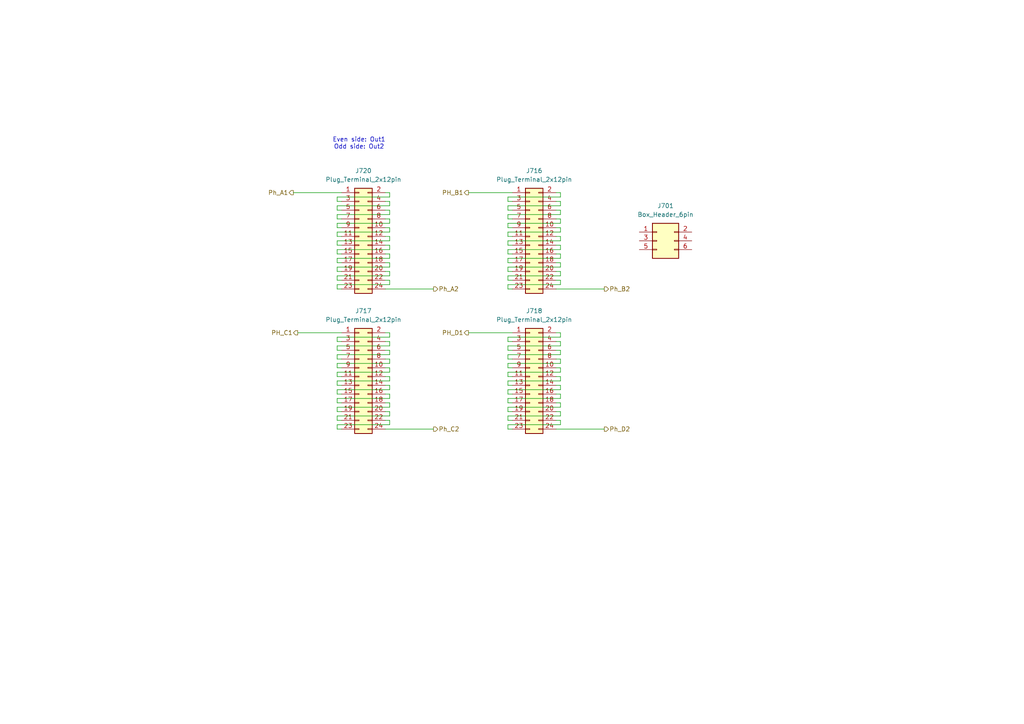
<source format=kicad_sch>
(kicad_sch (version 20250114) (generator "eeschema") (generator_version "9.0")
  (paper "A4")
  (lib_symbols
    (symbol "MYLIB_Misc:Box_Header_6pin" (pin_names (hide yes))
      (property "Reference" "J" (at 0 8.89 0))
      (property "Value" "Box_Header_6pin" (at 0 6.858 0))
      (symbol "Box_Header_6pin_1_1"
        (rectangle (start -3.81 5.08) (end 3.81 -5.08) (stroke (width 0.254)) (fill (type background)))
        (rectangle (start -3.81 2.667) (end -2.54 2.413) (stroke (width 0.1524)))
        (rectangle (start -3.81 0.127) (end -2.54 -0.127) (stroke (width 0.1524)))
        (rectangle (start -3.81 -2.413) (end -2.54 -2.667) (stroke (width 0.1524)))
        (rectangle (start 3.81 2.667) (end 2.54 2.413) (stroke (width 0.1524)))
        (rectangle (start 3.81 0.127) (end 2.54 -0.127) (stroke (width 0.1524)))
        (rectangle (start 3.81 -2.413) (end 2.54 -2.667) (stroke (width 0.1524)))
        (pin passive line (at -7.62 2.54 0) (length 3.81) (name "Pin_1") (number "1"))
        (pin passive line (at -7.62 0 0) (length 3.81) (name "Pin_3") (number "3"))
        (pin passive line (at -7.62 -2.54 0) (length 3.81) (name "Pin_5") (number "5"))
        (pin passive line (at 7.62 2.54 180) (length 3.81) (name "Pin_2") (number "2"))
        (pin passive line (at 7.62 0 180) (length 3.81) (name "Pin_4") (number "4"))
        (pin passive line (at 7.62 -2.54 180) (length 3.81) (name "Pin_6") (number "6"))
      )
    )
    (symbol "Plug_Terminal_2x12pin_1"
      (property "Reference" "J" (at 0 19.812 0))
      (property "Value" "Plug_Terminal_2x12pin" (at 0.508 17.526 0))
      (symbol "Plug_Terminal_2x12pin_1_1_1"
        (rectangle (start -2.54 15.24) (end 2.54 -15.24) (stroke (width 0.254)) (fill (type background)))
        (rectangle (start -2.54 14.097) (end -1.27 13.843) (stroke (width 0.1524)))
        (rectangle (start -2.54 11.557) (end -1.27 11.303) (stroke (width 0.1524)))
        (rectangle (start -2.54 9.017) (end -1.27 8.763) (stroke (width 0.1524)))
        (rectangle (start -2.54 6.477) (end -1.27 6.223) (stroke (width 0.1524)))
        (rectangle (start -2.54 3.937) (end -1.27 3.683) (stroke (width 0.1524)))
        (rectangle (start -2.54 1.397) (end -1.27 1.143) (stroke (width 0.1524)))
        (rectangle (start -2.54 -1.143) (end -1.27 -1.397) (stroke (width 0.1524)))
        (rectangle (start -2.54 -3.683) (end -1.27 -3.937) (stroke (width 0.1524)))
        (rectangle (start -2.54 -6.223) (end -1.27 -6.477) (stroke (width 0.1524)))
        (rectangle (start -2.54 -8.763) (end -1.27 -9.017) (stroke (width 0.1524)))
        (rectangle (start -2.54 -11.303) (end -1.27 -11.557) (stroke (width 0.1524)))
        (rectangle (start -2.54 -13.843) (end -1.27 -14.097) (stroke (width 0.1524)))
        (rectangle (start 2.54 14.097) (end 1.27 13.843) (stroke (width 0.1524)))
        (rectangle (start 2.54 11.557) (end 1.27 11.303) (stroke (width 0.1524)))
        (rectangle (start 2.54 9.017) (end 1.27 8.763) (stroke (width 0.1524)))
        (rectangle (start 2.54 6.477) (end 1.27 6.223) (stroke (width 0.1524)))
        (rectangle (start 2.54 3.937) (end 1.27 3.683) (stroke (width 0.1524)))
        (rectangle (start 2.54 1.397) (end 1.27 1.143) (stroke (width 0.1524)))
        (rectangle (start 2.54 -1.143) (end 1.27 -1.397) (stroke (width 0.1524)))
        (rectangle (start 2.54 -3.683) (end 1.27 -3.937) (stroke (width 0.1524)))
        (rectangle (start 2.54 -6.223) (end 1.27 -6.477) (stroke (width 0.1524)))
        (rectangle (start 2.54 -8.763) (end 1.27 -9.017) (stroke (width 0.1524)))
        (rectangle (start 2.54 -11.303) (end 1.27 -11.557) (stroke (width 0.1524)))
        (rectangle (start 2.54 -13.843) (end 1.27 -14.097) (stroke (width 0.1524)))
        (pin passive line (at -6.35 13.97 0) (length 3.81) (name "") (number "1"))
        (pin passive line (at -6.35 11.43 0) (length 3.81) (name "") (number "3"))
        (pin passive line (at -6.35 8.89 0) (length 3.81) (name "") (number "5"))
        (pin passive line (at -6.35 6.35 0) (length 3.81) (name "") (number "7"))
        (pin passive line (at -6.35 3.81 0) (length 3.81) (name "") (number "9"))
        (pin passive line (at -6.35 1.27 0) (length 3.81) (name "") (number "11"))
        (pin passive line (at -6.35 -1.27 0) (length 3.81) (name "") (number "13"))
        (pin passive line (at -6.35 -3.81 0) (length 3.81) (name "") (number "15"))
        (pin passive line (at -6.35 -6.35 0) (length 3.81) (name "") (number "17"))
        (pin passive line (at -6.35 -8.89 0) (length 3.81) (name "") (number "19"))
        (pin passive line (at -6.35 -11.43 0) (length 3.81) (name "") (number "21"))
        (pin passive line (at -6.35 -13.97 0) (length 3.81) (name "") (number "23"))
        (pin passive line (at 6.35 13.97 180) (length 3.81) (name "") (number "2"))
        (pin passive line (at 6.35 11.43 180) (length 3.81) (name "") (number "4"))
        (pin passive line (at 6.35 8.89 180) (length 3.81) (name "") (number "6"))
        (pin passive line (at 6.35 6.35 180) (length 3.81) (name "") (number "8"))
        (pin passive line (at 6.35 3.81 180) (length 3.81) (name "") (number "10"))
        (pin passive line (at 6.35 1.27 180) (length 3.81) (name "") (number "12"))
        (pin passive line (at 6.35 -1.27 180) (length 3.81) (name "") (number "14"))
        (pin passive line (at 6.35 -3.81 180) (length 3.81) (name "") (number "16"))
        (pin passive line (at 6.35 -6.35 180) (length 3.81) (name "") (number "18"))
        (pin passive line (at 6.35 -8.89 180) (length 3.81) (name "") (number "20"))
        (pin passive line (at 6.35 -11.43 180) (length 3.81) (name "") (number "22"))
        (pin passive line (at 6.35 -13.97 180) (length 3.81) (name "") (number "24"))
      )
    )
  )
  (text "Even side: Out1\nOdd side: Out2" (at 104.14 41.656 0) (effects (font (size 1.27 1.27))))
  (wire (pts (xy 162.56 105.41) (xy 147.32 105.41)))
  (wire (pts (xy 97.79 77.47) (xy 97.79 78.74)))
  (wire (pts (xy 161.29 124.46) (xy 175.26 124.46)))
  (wire (pts (xy 147.32 64.77) (xy 147.32 66.04)))
  (wire (pts (xy 111.76 83.82) (xy 125.73 83.82)))
  (wire (pts (xy 147.32 80.01) (xy 147.32 81.28)))
  (wire (pts (xy 97.79 106.68) (xy 99.06 106.68)))
  (wire (pts (xy 147.32 123.19) (xy 147.32 124.46)))
  (wire (pts (xy 97.79 102.87) (xy 97.79 104.14)))
  (wire (pts (xy 162.56 101.6) (xy 162.56 102.87)))
  (wire (pts (xy 113.03 97.79) (xy 113.03 96.52)))
  (wire (pts (xy 162.56 73.66) (xy 162.56 74.93)))
  (wire (pts (xy 111.76 76.2) (xy 113.03 76.2)))
  (wire (pts (xy 147.32 76.2) (xy 148.59 76.2)))
  (wire (pts (xy 111.76 68.58) (xy 113.03 68.58)))
  (wire (pts (xy 111.76 60.96) (xy 113.03 60.96)))
  (wire (pts (xy 162.56 102.87) (xy 147.32 102.87)))
  (wire (pts (xy 111.76 106.68) (xy 113.03 106.68)))
  (wire (pts (xy 162.56 66.04) (xy 162.56 67.31)))
  (wire (pts (xy 162.56 123.19) (xy 147.32 123.19)))
  (wire (pts (xy 113.03 104.14) (xy 113.03 105.41)))
  (wire (pts (xy 113.03 100.33) (xy 97.79 100.33)))
  (wire (pts (xy 97.79 81.28) (xy 99.06 81.28)))
  (wire (pts (xy 148.59 99.06) (xy 147.32 99.06)))
  (wire (pts (xy 147.32 120.65) (xy 147.32 121.92)))
  (wire (pts (xy 148.59 58.42) (xy 147.32 58.42)))
  (wire (pts (xy 147.32 77.47) (xy 147.32 78.74)))
  (wire (pts (xy 147.32 106.68) (xy 148.59 106.68)))
  (wire (pts (xy 97.79 76.2) (xy 99.06 76.2)))
  (wire (pts (xy 162.56 71.12) (xy 162.56 72.39)))
  (wire (pts (xy 97.79 60.96) (xy 99.06 60.96)))
  (wire (pts (xy 147.32 114.3) (xy 148.59 114.3)))
  (wire (pts (xy 162.56 111.76) (xy 162.56 113.03)))
  (wire (pts (xy 147.32 68.58) (xy 148.59 68.58)))
  (wire (pts (xy 161.29 78.74) (xy 162.56 78.74)))
  (wire (pts (xy 111.76 58.42) (xy 113.03 58.42)))
  (wire (pts (xy 162.56 64.77) (xy 147.32 64.77)))
  (wire (pts (xy 113.03 82.55) (xy 97.79 82.55)))
  (wire (pts (xy 97.79 64.77) (xy 97.79 66.04)))
  (wire (pts (xy 161.29 81.28) (xy 162.56 81.28)))
  (wire (pts (xy 97.79 66.04) (xy 99.06 66.04)))
  (wire (pts (xy 113.03 120.65) (xy 97.79 120.65)))
  (wire (pts (xy 113.03 123.19) (xy 97.79 123.19)))
  (wire (pts (xy 111.76 109.22) (xy 113.03 109.22)))
  (wire (pts (xy 147.32 107.95) (xy 147.32 109.22)))
  (wire (pts (xy 162.56 63.5) (xy 162.56 64.77)))
  (wire (pts (xy 113.03 80.01) (xy 97.79 80.01)))
  (wire (pts (xy 162.56 120.65) (xy 147.32 120.65)))
  (wire (pts (xy 147.32 59.69) (xy 147.32 60.96)))
  (wire (pts (xy 135.89 55.88) (xy 148.59 55.88)))
  (wire (pts (xy 113.03 68.58) (xy 113.03 69.85)))
  (wire (pts (xy 113.03 77.47) (xy 97.79 77.47)))
  (wire (pts (xy 147.32 62.23) (xy 147.32 63.5)))
  (wire (pts (xy 111.76 116.84) (xy 113.03 116.84)))
  (wire (pts (xy 147.32 73.66) (xy 148.59 73.66)))
  (wire (pts (xy 97.79 69.85) (xy 113.03 69.85)))
  (wire (pts (xy 113.03 57.15) (xy 113.03 55.88)))
  (wire (pts (xy 113.03 118.11) (xy 97.79 118.11)))
  (wire (pts (xy 135.89 96.52) (xy 148.59 96.52)))
  (wire (pts (xy 162.56 62.23) (xy 147.32 62.23)))
  (wire (pts (xy 161.29 119.38) (xy 162.56 119.38)))
  (wire (pts (xy 162.56 78.74) (xy 162.56 80.01)))
  (wire (pts (xy 162.56 68.58) (xy 162.56 69.85)))
  (wire (pts (xy 86.36 96.52) (xy 99.06 96.52)))
  (wire (pts (xy 147.32 104.14) (xy 148.59 104.14)))
  (wire (pts (xy 147.32 109.22) (xy 148.59 109.22)))
  (wire (pts (xy 113.03 119.38) (xy 113.03 120.65)))
  (wire (pts (xy 97.79 83.82) (xy 99.06 83.82)))
  (wire (pts (xy 97.79 116.84) (xy 99.06 116.84)))
  (wire (pts (xy 97.79 78.74) (xy 99.06 78.74)))
  (wire (pts (xy 97.79 82.55) (xy 97.79 83.82)))
  (wire (pts (xy 97.79 101.6) (xy 99.06 101.6)))
  (wire (pts (xy 113.03 72.39) (xy 97.79 72.39)))
  (wire (pts (xy 162.56 58.42) (xy 162.56 59.69)))
  (wire (pts (xy 97.79 113.03) (xy 97.79 114.3)))
  (wire (pts (xy 97.79 105.41) (xy 97.79 106.68)))
  (wire (pts (xy 111.76 99.06) (xy 113.03 99.06)))
  (wire (pts (xy 97.79 115.57) (xy 97.79 116.84)))
  (wire (pts (xy 147.32 113.03) (xy 147.32 114.3)))
  (wire (pts (xy 111.76 121.92) (xy 113.03 121.92)))
  (wire (pts (xy 147.32 71.12) (xy 148.59 71.12)))
  (wire (pts (xy 162.56 119.38) (xy 162.56 120.65)))
  (wire (pts (xy 162.56 116.84) (xy 162.56 118.11)))
  (wire (pts (xy 162.56 97.79) (xy 162.56 96.52)))
  (wire (pts (xy 161.29 66.04) (xy 162.56 66.04)))
  (wire (pts (xy 97.79 123.19) (xy 97.79 124.46)))
  (wire (pts (xy 97.79 71.12) (xy 99.06 71.12)))
  (wire (pts (xy 147.32 83.82) (xy 148.59 83.82)))
  (wire (pts (xy 147.32 110.49) (xy 147.32 111.76)))
  (wire (pts (xy 113.03 78.74) (xy 113.03 80.01)))
  (wire (pts (xy 97.79 109.22) (xy 99.06 109.22)))
  (wire (pts (xy 161.29 63.5) (xy 162.56 63.5)))
  (wire (pts (xy 113.03 121.92) (xy 113.03 123.19)))
  (wire (pts (xy 147.32 101.6) (xy 148.59 101.6)))
  (wire (pts (xy 97.79 59.69) (xy 97.79 60.96)))
  (wire (pts (xy 113.03 73.66) (xy 113.03 74.93)))
  (wire (pts (xy 113.03 106.68) (xy 113.03 107.95)))
  (wire (pts (xy 162.56 115.57) (xy 147.32 115.57)))
  (wire (pts (xy 97.79 124.46) (xy 99.06 124.46)))
  (wire (pts (xy 147.32 81.28) (xy 148.59 81.28)))
  (wire (pts (xy 113.03 58.42) (xy 113.03 59.69)))
  (wire (pts (xy 161.29 109.22) (xy 162.56 109.22)))
  (wire (pts (xy 147.32 116.84) (xy 148.59 116.84)))
  (wire (pts (xy 113.03 101.6) (xy 113.03 102.87)))
  (wire (pts (xy 113.03 115.57) (xy 97.79 115.57)))
  (wire (pts (xy 162.56 104.14) (xy 162.56 105.41)))
  (wire (pts (xy 113.03 111.76) (xy 113.03 113.03)))
  (wire (pts (xy 97.79 104.14) (xy 99.06 104.14)))
  (wire (pts (xy 161.29 73.66) (xy 162.56 73.66)))
  (wire (pts (xy 113.03 74.93) (xy 97.79 74.93)))
  (wire (pts (xy 162.56 109.22) (xy 162.56 110.49)))
  (wire (pts (xy 161.29 116.84) (xy 162.56 116.84)))
  (wire (pts (xy 97.79 97.79) (xy 113.03 97.79)))
  (wire (pts (xy 99.06 99.06) (xy 97.79 99.06)))
  (wire (pts (xy 161.29 121.92) (xy 162.56 121.92)))
  (wire (pts (xy 113.03 62.23) (xy 97.79 62.23)))
  (wire (pts (xy 162.56 96.52) (xy 161.29 96.52)))
  (wire (pts (xy 162.56 80.01) (xy 147.32 80.01)))
  (wire (pts (xy 97.79 57.15) (xy 113.03 57.15)))
  (wire (pts (xy 147.32 111.76) (xy 148.59 111.76)))
  (wire (pts (xy 162.56 107.95) (xy 147.32 107.95)))
  (wire (pts (xy 147.32 102.87) (xy 147.32 104.14)))
  (wire (pts (xy 111.76 124.46) (xy 125.73 124.46)))
  (wire (pts (xy 113.03 96.52) (xy 111.76 96.52)))
  (wire (pts (xy 147.32 82.55) (xy 147.32 83.82)))
  (wire (pts (xy 97.79 118.11) (xy 97.79 119.38)))
  (wire (pts (xy 113.03 114.3) (xy 113.03 115.57)))
  (wire (pts (xy 113.03 99.06) (xy 113.03 100.33)))
  (wire (pts (xy 111.76 73.66) (xy 113.03 73.66)))
  (wire (pts (xy 111.76 104.14) (xy 113.03 104.14)))
  (wire (pts (xy 113.03 81.28) (xy 113.03 82.55)))
  (wire (pts (xy 147.32 97.79) (xy 162.56 97.79)))
  (wire (pts (xy 162.56 81.28) (xy 162.56 82.55)))
  (wire (pts (xy 97.79 80.01) (xy 97.79 81.28)))
  (wire (pts (xy 113.03 116.84) (xy 113.03 118.11)))
  (wire (pts (xy 113.03 76.2) (xy 113.03 77.47)))
  (wire (pts (xy 97.79 73.66) (xy 99.06 73.66)))
  (wire (pts (xy 162.56 77.47) (xy 147.32 77.47)))
  (wire (pts (xy 97.79 107.95) (xy 97.79 109.22)))
  (wire (pts (xy 113.03 113.03) (xy 97.79 113.03)))
  (wire (pts (xy 97.79 110.49) (xy 97.79 111.76)))
  (wire (pts (xy 113.03 67.31) (xy 97.79 67.31)))
  (wire (pts (xy 97.79 99.06) (xy 97.79 97.79)))
  (wire (pts (xy 147.32 63.5) (xy 148.59 63.5)))
  (wire (pts (xy 97.79 119.38) (xy 99.06 119.38)))
  (wire (pts (xy 111.76 111.76) (xy 113.03 111.76)))
  (wire (pts (xy 97.79 68.58) (xy 99.06 68.58)))
  (wire (pts (xy 99.06 58.42) (xy 97.79 58.42)))
  (wire (pts (xy 97.79 110.49) (xy 113.03 110.49)))
  (wire (pts (xy 111.76 101.6) (xy 113.03 101.6)))
  (wire (pts (xy 147.32 72.39) (xy 147.32 73.66)))
  (wire (pts (xy 147.32 99.06) (xy 147.32 97.79)))
  (wire (pts (xy 97.79 100.33) (xy 97.79 101.6)))
  (wire (pts (xy 111.76 78.74) (xy 113.03 78.74)))
  (wire (pts (xy 147.32 66.04) (xy 148.59 66.04)))
  (wire (pts (xy 85.09 55.88) (xy 99.06 55.88)))
  (wire (pts (xy 113.03 59.69) (xy 97.79 59.69)))
  (wire (pts (xy 113.03 71.12) (xy 113.03 72.39)))
  (wire (pts (xy 147.32 100.33) (xy 147.32 101.6)))
  (wire (pts (xy 161.29 99.06) (xy 162.56 99.06)))
  (wire (pts (xy 147.32 105.41) (xy 147.32 106.68)))
  (wire (pts (xy 162.56 72.39) (xy 147.32 72.39)))
  (wire (pts (xy 162.56 99.06) (xy 162.56 100.33)))
  (wire (pts (xy 97.79 63.5) (xy 99.06 63.5)))
  (wire (pts (xy 161.29 68.58) (xy 162.56 68.58)))
  (wire (pts (xy 162.56 106.68) (xy 162.56 107.95)))
  (wire (pts (xy 147.32 69.85) (xy 162.56 69.85)))
  (wire (pts (xy 111.76 63.5) (xy 113.03 63.5)))
  (wire (pts (xy 111.76 81.28) (xy 113.03 81.28)))
  (wire (pts (xy 147.32 118.11) (xy 147.32 119.38)))
  (wire (pts (xy 161.29 104.14) (xy 162.56 104.14)))
  (wire (pts (xy 111.76 114.3) (xy 113.03 114.3)))
  (wire (pts (xy 161.29 58.42) (xy 162.56 58.42)))
  (wire (pts (xy 113.03 64.77) (xy 97.79 64.77)))
  (wire (pts (xy 162.56 59.69) (xy 147.32 59.69)))
  (wire (pts (xy 113.03 66.04) (xy 113.03 67.31)))
  (wire (pts (xy 97.79 114.3) (xy 99.06 114.3)))
  (wire (pts (xy 147.32 115.57) (xy 147.32 116.84)))
  (wire (pts (xy 113.03 102.87) (xy 97.79 102.87)))
  (wire (pts (xy 161.29 114.3) (xy 162.56 114.3)))
  (wire (pts (xy 147.32 69.85) (xy 147.32 71.12)))
  (wire (pts (xy 162.56 82.55) (xy 147.32 82.55)))
  (wire (pts (xy 162.56 74.93) (xy 147.32 74.93)))
  (wire (pts (xy 113.03 63.5) (xy 113.03 64.77)))
  (wire (pts (xy 161.29 111.76) (xy 162.56 111.76)))
  (wire (pts (xy 147.32 57.15) (xy 162.56 57.15)))
  (wire (pts (xy 111.76 71.12) (xy 113.03 71.12)))
  (wire (pts (xy 162.56 121.92) (xy 162.56 123.19)))
  (wire (pts (xy 97.79 72.39) (xy 97.79 73.66)))
  (wire (pts (xy 161.29 101.6) (xy 162.56 101.6)))
  (wire (pts (xy 162.56 76.2) (xy 162.56 77.47)))
  (wire (pts (xy 161.29 60.96) (xy 162.56 60.96)))
  (wire (pts (xy 161.29 83.82) (xy 175.26 83.82)))
  (wire (pts (xy 161.29 71.12) (xy 162.56 71.12)))
  (wire (pts (xy 97.79 62.23) (xy 97.79 63.5)))
  (wire (pts (xy 97.79 120.65) (xy 97.79 121.92)))
  (wire (pts (xy 97.79 67.31) (xy 97.79 68.58)))
  (wire (pts (xy 113.03 105.41) (xy 97.79 105.41)))
  (wire (pts (xy 147.32 110.49) (xy 162.56 110.49)))
  (wire (pts (xy 97.79 58.42) (xy 97.79 57.15)))
  (wire (pts (xy 113.03 109.22) (xy 113.03 110.49)))
  (wire (pts (xy 97.79 111.76) (xy 99.06 111.76)))
  (wire (pts (xy 147.32 58.42) (xy 147.32 57.15)))
  (wire (pts (xy 147.32 78.74) (xy 148.59 78.74)))
  (wire (pts (xy 97.79 121.92) (xy 99.06 121.92)))
  (wire (pts (xy 113.03 60.96) (xy 113.03 62.23)))
  (wire (pts (xy 147.32 119.38) (xy 148.59 119.38)))
  (wire (pts (xy 147.32 74.93) (xy 147.32 76.2)))
  (wire (pts (xy 111.76 66.04) (xy 113.03 66.04)))
  (wire (pts (xy 113.03 55.88) (xy 111.76 55.88)))
  (wire (pts (xy 162.56 67.31) (xy 147.32 67.31)))
  (wire (pts (xy 97.79 74.93) (xy 97.79 76.2)))
  (wire (pts (xy 147.32 124.46) (xy 148.59 124.46)))
  (wire (pts (xy 162.56 114.3) (xy 162.56 115.57)))
  (wire (pts (xy 162.56 55.88) (xy 161.29 55.88)))
  (wire (pts (xy 162.56 118.11) (xy 147.32 118.11)))
  (wire (pts (xy 162.56 100.33) (xy 147.32 100.33)))
  (wire (pts (xy 147.32 121.92) (xy 148.59 121.92)))
  (wire (pts (xy 161.29 106.68) (xy 162.56 106.68)))
  (wire (pts (xy 147.32 67.31) (xy 147.32 68.58)))
  (wire (pts (xy 161.29 76.2) (xy 162.56 76.2)))
  (wire (pts (xy 147.32 60.96) (xy 148.59 60.96)))
  (wire (pts (xy 162.56 57.15) (xy 162.56 55.88)))
  (wire (pts (xy 111.76 119.38) (xy 113.03 119.38)))
  (wire (pts (xy 113.03 107.95) (xy 97.79 107.95)))
  (wire (pts (xy 162.56 60.96) (xy 162.56 62.23)))
  (wire (pts (xy 97.79 69.85) (xy 97.79 71.12)))
  (wire (pts (xy 162.56 113.03) (xy 147.32 113.03)))
  (hierarchical_label "Ph_C2" (shape output) (at 125.73 124.46 0))
  (hierarchical_label "PH_B1" (shape output) (at 135.89 55.88 180))
  (hierarchical_label "Ph_B2" (shape output) (at 175.26 83.82 0))
  (hierarchical_label "Ph_A1" (shape output) (at 85.09 55.88 180))
  (hierarchical_label "Ph_D2" (shape output) (at 175.26 124.46 0))
  (hierarchical_label "Ph_A2" (shape output) (at 125.73 83.82 0))
  (hierarchical_label "PH_C1" (shape output) (at 86.36 96.52 180))
  (hierarchical_label "PH_D1" (shape output) (at 135.89 96.52 180))
  (symbol (lib_name "Plug_Terminal_2x12pin_1") (lib_id "MYLIB_Misc:Plug_Terminal_2x12pin") (at 105.41 69.85 0) (unit 1)
    (property "Reference" "J720" (at 105.41 49.53 0))
    (property "Value" "Plug_Terminal_2x12pin" (at 105.41 52.07 0))
    (property "Footprint" "MYLIB_Misc:DMCV 1,5_12-G1F-3,5-LR P20THR" (effects (hide yes)))
    (property "Datasheet" "https://product-download.phoenixcontact.com/7582038?response-content-disposition=inline;%20filename%3D%221787496_01_en_00.pdf%22&Expires=1762799295&Signature=wiZ8ciixws58wt5Czv6eqPsyIYd3EChdPhSKa0S4vltewA-fKNSy0roarbi6P~hzPFOWeHyitDALz-w07Og4yKlHokPXETafs50fuHx2oPb7GGodxhZhFQfVnM-5j-0dmePNidjbsHCgNWWx~~WzZw~QrSwaMhDOO76FfwoN4Oofy12PdITYp~ohD-CeHbjVCD5RffFUKYxsj~DqPAR~igVN0LGDX8~YNEyq8kpHv3d0cK91kIWqp4CfscAKrTtnTVLvGU5IKKR9TrzvhQZctkxPTKRQUpk6ixwGUyp4vqpLmyi8ejVOqnVtk9~g2sqNtWpdQrjgRGxtzjjgjKzk-Q__&Key-Pair-Id=K1I2N54A7B0GD" (effects (hide yes)))
    (property "Description" "DMCV 1,5/12-G1F-3,5-LR P20THR" (effects (hide yes)))
    (property "Manuf. nr" "1787496" (effects (hide yes)))
    (property "Mating conn" " 1790580" (effects (hide yes)))
  )
  (symbol (lib_name "Plug_Terminal_2x12pin_1") (lib_id "MYLIB_Misc:Plug_Terminal_2x12pin") (at 154.94 110.49 0) (unit 1)
    (property "Reference" "J718" (at 154.94 90.17 0))
    (property "Value" "Plug_Terminal_2x12pin" (at 154.94 92.71 0))
    (property "Footprint" "MYLIB_Misc:DMCV 1,5_12-G1F-3,5-LR P20THR" (effects (hide yes)))
    (property "Datasheet" "https://product-download.phoenixcontact.com/7582038?response-content-disposition=inline;%20filename%3D%221787496_01_en_00.pdf%22&Expires=1762799295&Signature=wiZ8ciixws58wt5Czv6eqPsyIYd3EChdPhSKa0S4vltewA-fKNSy0roarbi6P~hzPFOWeHyitDALz-w07Og4yKlHokPXETafs50fuHx2oPb7GGodxhZhFQfVnM-5j-0dmePNidjbsHCgNWWx~~WzZw~QrSwaMhDOO76FfwoN4Oofy12PdITYp~ohD-CeHbjVCD5RffFUKYxsj~DqPAR~igVN0LGDX8~YNEyq8kpHv3d0cK91kIWqp4CfscAKrTtnTVLvGU5IKKR9TrzvhQZctkxPTKRQUpk6ixwGUyp4vqpLmyi8ejVOqnVtk9~g2sqNtWpdQrjgRGxtzjjgjKzk-Q__&Key-Pair-Id=K1I2N54A7B0GD" (effects (hide yes)))
    (property "Description" "DMCV 1,5/12-G1F-3,5-LR P20THR" (effects (hide yes)))
    (property "Manuf. nr" "1787496" (effects (hide yes)))
    (property "Mating conn" " 1790580" (effects (hide yes)))
  )
  (symbol (lib_name "Plug_Terminal_2x12pin_1") (lib_id "MYLIB_Misc:Plug_Terminal_2x12pin") (at 105.41 110.49 0) (unit 1)
    (property "Reference" "J717" (at 105.41 90.17 0))
    (property "Value" "Plug_Terminal_2x12pin" (at 105.41 92.71 0))
    (property "Footprint" "MYLIB_Misc:DMCV 1,5_12-G1F-3,5-LR P20THR" (effects (hide yes)))
    (property "Datasheet" "https://product-download.phoenixcontact.com/7582038?response-content-disposition=inline;%20filename%3D%221787496_01_en_00.pdf%22&Expires=1762799295&Signature=wiZ8ciixws58wt5Czv6eqPsyIYd3EChdPhSKa0S4vltewA-fKNSy0roarbi6P~hzPFOWeHyitDALz-w07Og4yKlHokPXETafs50fuHx2oPb7GGodxhZhFQfVnM-5j-0dmePNidjbsHCgNWWx~~WzZw~QrSwaMhDOO76FfwoN4Oofy12PdITYp~ohD-CeHbjVCD5RffFUKYxsj~DqPAR~igVN0LGDX8~YNEyq8kpHv3d0cK91kIWqp4CfscAKrTtnTVLvGU5IKKR9TrzvhQZctkxPTKRQUpk6ixwGUyp4vqpLmyi8ejVOqnVtk9~g2sqNtWpdQrjgRGxtzjjgjKzk-Q__&Key-Pair-Id=K1I2N54A7B0GD" (effects (hide yes)))
    (property "Description" "DMCV 1,5/12-G1F-3,5-LR P20THR" (effects (hide yes)))
    (property "Manuf. nr" "1787496" (effects (hide yes)))
    (property "Mating conn" " 1790580" (effects (hide yes)))
  )
  (symbol (lib_name "Plug_Terminal_2x12pin_1") (lib_id "MYLIB_Misc:Plug_Terminal_2x12pin") (at 154.94 69.85 0) (unit 1)
    (property "Reference" "J716" (at 154.94 49.53 0))
    (property "Value" "Plug_Terminal_2x12pin" (at 154.94 52.07 0))
    (property "Footprint" "MYLIB_Misc:DMCV 1,5_12-G1F-3,5-LR P20THR" (effects (hide yes)))
    (property "Datasheet" "https://product-download.phoenixcontact.com/7582038?response-content-disposition=inline;%20filename%3D%221787496_01_en_00.pdf%22&Expires=1762799295&Signature=wiZ8ciixws58wt5Czv6eqPsyIYd3EChdPhSKa0S4vltewA-fKNSy0roarbi6P~hzPFOWeHyitDALz-w07Og4yKlHokPXETafs50fuHx2oPb7GGodxhZhFQfVnM-5j-0dmePNidjbsHCgNWWx~~WzZw~QrSwaMhDOO76FfwoN4Oofy12PdITYp~ohD-CeHbjVCD5RffFUKYxsj~DqPAR~igVN0LGDX8~YNEyq8kpHv3d0cK91kIWqp4CfscAKrTtnTVLvGU5IKKR9TrzvhQZctkxPTKRQUpk6ixwGUyp4vqpLmyi8ejVOqnVtk9~g2sqNtWpdQrjgRGxtzjjgjKzk-Q__&Key-Pair-Id=K1I2N54A7B0GD" (effects (hide yes)))
    (property "Description" "DMCV 1,5/12-G1F-3,5-LR P20THR" (effects (hide yes)))
    (property "Manuf. nr" "1787496" (effects (hide yes)))
    (property "Mating conn" " 1790580" (effects (hide yes)))
  )
  (symbol (lib_id "MYLIB_Misc:Box_Header_6pin") (at 193.04 69.85 0) (unit 1)
    (property "Reference" "J701" (at 193.04 59.69 0))
    (property "Value" "Box_Header_6pin" (at 193.04 62.23 0))
    (property "Footprint" "Connector_IDC:IDC-Header_2x03_P2.54mm_Vertical" (effects (hide yes)))
    (property "Datasheet" "https://www.reichelt.de/de/de/shop/produkt/wannenstecker_6-polig_gewinkelt-105978" (effects (hide yes)))
    (property "Description" "Wannenstecker 6pin, THT Vertikal" (effects (hide yes)))
  )
)
</source>
